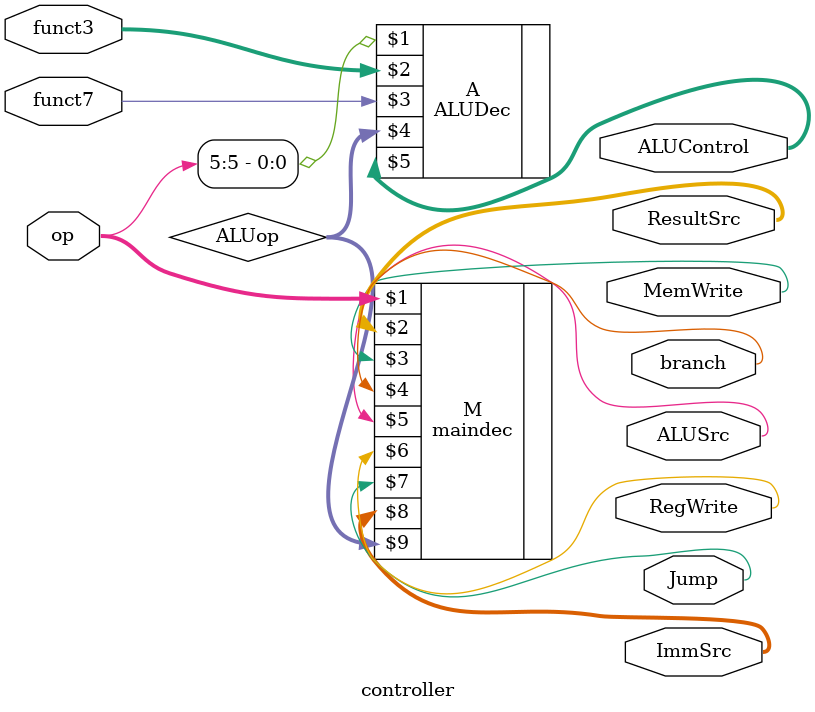
<source format=v>
module controller(
input [6:0] op,
input [2:0] funct3,
input funct7,
output [1:0] ResultSrc,
output MemWrite,
output ALUSrc,
output RegWrite, Jump,
output [1:0] ImmSrc,
output [2:0] ALUControl,
output branch
    );
    wire [1:0] ALUop;
    maindec M(op, ResultSrc, MemWrite, branch, ALUSrc, RegWrite, Jump, ImmSrc, ALUop);
    ALUDec A(op[5], funct3, funct7, ALUop, ALUControl);
    
    // assign PCSrc = zero & branch | Jump;
endmodule
</source>
